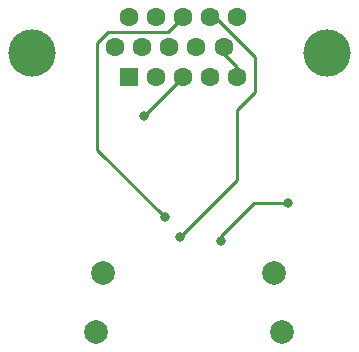
<source format=gbl>
G04 #@! TF.GenerationSoftware,KiCad,Pcbnew,(6.0.0)*
G04 #@! TF.CreationDate,2022-02-22T23:34:22+01:00*
G04 #@! TF.ProjectId,VGADIRECTO,56474144-4952-4454-9354-4f2e6b696361,rev?*
G04 #@! TF.SameCoordinates,Original*
G04 #@! TF.FileFunction,Copper,L2,Bot*
G04 #@! TF.FilePolarity,Positive*
%FSLAX46Y46*%
G04 Gerber Fmt 4.6, Leading zero omitted, Abs format (unit mm)*
G04 Created by KiCad (PCBNEW (6.0.0)) date 2022-02-22 23:34:22*
%MOMM*%
%LPD*%
G01*
G04 APERTURE LIST*
G04 #@! TA.AperFunction,ComponentPad*
%ADD10C,4.000000*%
G04 #@! TD*
G04 #@! TA.AperFunction,ComponentPad*
%ADD11R,1.600000X1.600000*%
G04 #@! TD*
G04 #@! TA.AperFunction,ComponentPad*
%ADD12C,1.600000*%
G04 #@! TD*
G04 #@! TA.AperFunction,ComponentPad*
%ADD13C,2.000000*%
G04 #@! TD*
G04 #@! TA.AperFunction,ViaPad*
%ADD14C,0.800000*%
G04 #@! TD*
G04 #@! TA.AperFunction,Conductor*
%ADD15C,0.250000*%
G04 #@! TD*
G04 APERTURE END LIST*
D10*
X186995000Y-81770000D03*
X161995000Y-81770000D03*
D11*
X170180000Y-83820000D03*
D12*
X172470000Y-83820000D03*
X174760000Y-83820000D03*
X177050000Y-83820000D03*
X179340000Y-83820000D03*
X169035000Y-81280000D03*
X171325000Y-81280000D03*
X173615000Y-81280000D03*
X175905000Y-81280000D03*
X178195000Y-81280000D03*
X170180000Y-78740000D03*
X172470000Y-78740000D03*
X174760000Y-78740000D03*
X177050000Y-78740000D03*
X179340000Y-78740000D03*
D13*
X183109999Y-105370000D03*
X167410002Y-105370000D03*
X182510000Y-100420000D03*
X168010000Y-100420000D03*
D14*
X183642000Y-94488000D03*
X178003600Y-97708900D03*
X174544400Y-97335000D03*
X173223000Y-95663500D03*
X171450000Y-87122000D03*
D15*
X179340000Y-82985000D02*
X179340000Y-83820000D01*
X178195000Y-81840000D02*
X179340000Y-82985000D01*
X178003600Y-97251500D02*
X178003600Y-97708900D01*
X183642000Y-94488000D02*
X180767100Y-94488000D01*
X180767100Y-94488000D02*
X178003600Y-97251500D01*
X179324000Y-86614000D02*
X179324000Y-92555400D01*
X177050000Y-78740000D02*
X177482500Y-78740000D01*
X179324000Y-92555400D02*
X174544400Y-97335000D01*
X177482500Y-78740000D02*
X180848000Y-82105500D01*
X180848000Y-82105500D02*
X180848000Y-85090000D01*
X180848000Y-85090000D02*
X179324000Y-86614000D01*
X167513000Y-80923700D02*
X167513000Y-89953500D01*
X167513000Y-89953500D02*
X173223000Y-95663500D01*
X174760000Y-78740000D02*
X173490000Y-80010000D01*
X173490000Y-80010000D02*
X168426700Y-80010000D01*
X168426700Y-80010000D02*
X167513000Y-80923700D01*
X171458000Y-87122000D02*
X174760000Y-83820000D01*
X171450000Y-87122000D02*
X171458000Y-87122000D01*
M02*

</source>
